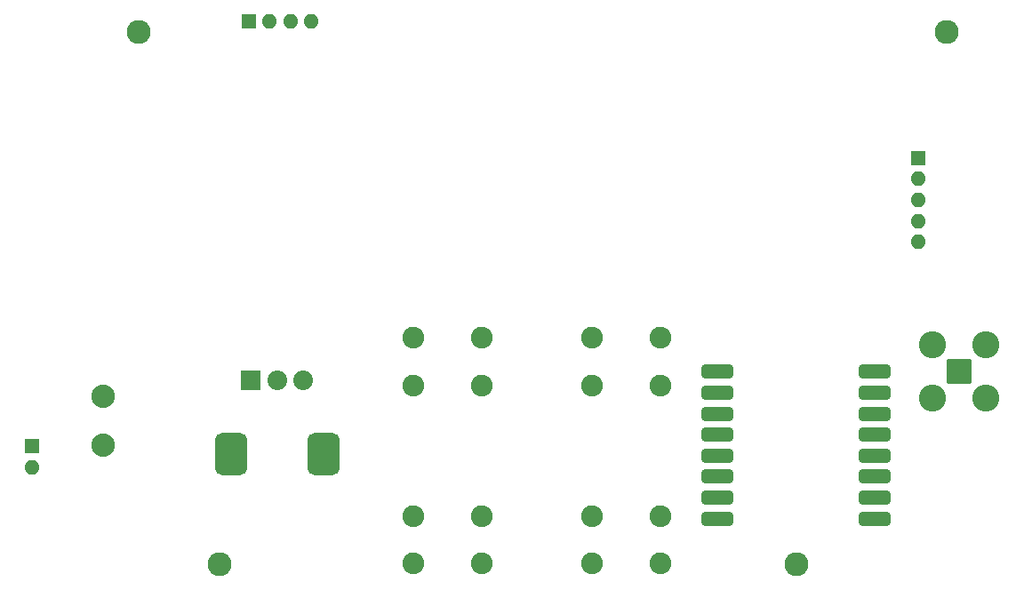
<source format=gbr>
%TF.GenerationSoftware,KiCad,Pcbnew,8.0.6*%
%TF.CreationDate,2025-03-03T18:48:19-05:00*%
%TF.ProjectId,receiver,72656365-6976-4657-922e-6b696361645f,rev?*%
%TF.SameCoordinates,Original*%
%TF.FileFunction,Soldermask,Bot*%
%TF.FilePolarity,Negative*%
%FSLAX46Y46*%
G04 Gerber Fmt 4.6, Leading zero omitted, Abs format (unit mm)*
G04 Created by KiCad (PCBNEW 8.0.6) date 2025-03-03 18:48:19*
%MOMM*%
%LPD*%
G01*
G04 APERTURE LIST*
G04 Aperture macros list*
%AMRoundRect*
0 Rectangle with rounded corners*
0 $1 Rounding radius*
0 $2 $3 $4 $5 $6 $7 $8 $9 X,Y pos of 4 corners*
0 Add a 4 corners polygon primitive as box body*
4,1,4,$2,$3,$4,$5,$6,$7,$8,$9,$2,$3,0*
0 Add four circle primitives for the rounded corners*
1,1,$1+$1,$2,$3*
1,1,$1+$1,$4,$5*
1,1,$1+$1,$6,$7*
1,1,$1+$1,$8,$9*
0 Add four rect primitives between the rounded corners*
20,1,$1+$1,$2,$3,$4,$5,0*
20,1,$1+$1,$4,$5,$6,$7,0*
20,1,$1+$1,$6,$7,$8,$9,0*
20,1,$1+$1,$8,$9,$2,$3,0*%
G04 Aperture macros list end*
%ADD10C,2.276000*%
%ADD11RoundRect,0.038000X-0.675000X-0.675000X0.675000X-0.675000X0.675000X0.675000X-0.675000X0.675000X0*%
%ADD12O,1.426000X1.426000*%
%ADD13RoundRect,0.038000X0.675000X-0.675000X0.675000X0.675000X-0.675000X0.675000X-0.675000X-0.675000X0*%
%ADD14RoundRect,0.206712X-0.981288X0.981288X-0.981288X-0.981288X0.981288X-0.981288X0.981288X0.981288X0*%
%ADD15C,2.576000*%
%ADD16RoundRect,0.038000X-0.900000X0.900000X-0.900000X-0.900000X0.900000X-0.900000X0.900000X0.900000X0*%
%ADD17C,1.876000*%
%ADD18RoundRect,0.769000X-0.769000X1.269000X-0.769000X-1.269000X0.769000X-1.269000X0.769000X1.269000X0*%
%ADD19C,2.076000*%
%ADD20RoundRect,0.336500X1.176500X0.336500X-1.176500X0.336500X-1.176500X-0.336500X1.176500X-0.336500X0*%
%ADD21C,2.235000*%
G04 APERTURE END LIST*
D10*
%TO.C,REF\u002A\u002A*%
X119893173Y-128304555D03*
%TD*%
D11*
%TO.C,PWR_J1*%
X101999565Y-117092575D03*
D12*
X101999565Y-119092575D03*
%TD*%
D10*
%TO.C,REF\u002A\u002A*%
X174801556Y-128304555D03*
%TD*%
D13*
%TO.C,J3*%
X122631959Y-76597438D03*
D12*
X124631959Y-76597438D03*
X126631959Y-76597438D03*
X128631959Y-76597438D03*
%TD*%
D10*
%TO.C,REF\u002A\u002A*%
X189107658Y-77640082D03*
%TD*%
D11*
%TO.C,J2*%
X186415391Y-89603771D03*
D12*
X186415391Y-91603771D03*
X186415391Y-93603771D03*
X186415391Y-95603771D03*
X186415391Y-97603771D03*
%TD*%
D10*
%TO.C,REF\u002A\u002A*%
X112197458Y-77640082D03*
%TD*%
D14*
%TO.C,J1*%
X190338188Y-109992891D03*
D15*
X192878188Y-107452891D03*
X187798188Y-107452891D03*
X192878188Y-112532891D03*
X187798188Y-112532891D03*
%TD*%
D16*
%TO.C,RV1*%
X122855079Y-110819387D03*
D17*
X125355079Y-110819387D03*
X127855079Y-110819387D03*
D18*
X129755079Y-117819387D03*
X120955079Y-117819387D03*
%TD*%
D19*
%TO.C,SW3*%
X161834957Y-106771352D03*
X155334957Y-106771352D03*
X161834957Y-111271352D03*
X155334957Y-111271352D03*
%TD*%
%TO.C,SW1*%
X144834957Y-106771352D03*
X138334957Y-106771352D03*
X144834957Y-111271352D03*
X138334957Y-111271352D03*
%TD*%
%TO.C,SW4*%
X161834957Y-123771352D03*
X155334957Y-123771352D03*
X161834957Y-128271352D03*
X155334957Y-128271352D03*
%TD*%
%TO.C,SW2*%
X144834957Y-123771352D03*
X138334957Y-123771352D03*
X144834957Y-128271352D03*
X138334957Y-128271352D03*
%TD*%
D20*
%TO.C,RF1*%
X182306803Y-109980279D03*
X182306803Y-111980279D03*
X182306803Y-113980279D03*
X182306803Y-115980279D03*
X182306803Y-117980279D03*
X182306803Y-119980279D03*
X182306803Y-121980279D03*
X182306803Y-123980279D03*
X167256803Y-109980279D03*
X167256803Y-111980279D03*
X167256803Y-113980279D03*
X167256803Y-115980279D03*
X167256803Y-117980279D03*
X167256803Y-119980279D03*
X167256803Y-121980279D03*
X167256803Y-123980279D03*
%TD*%
D21*
%TO.C,SW5*%
X108760540Y-112361013D03*
X108760540Y-116961014D03*
%TD*%
M02*

</source>
